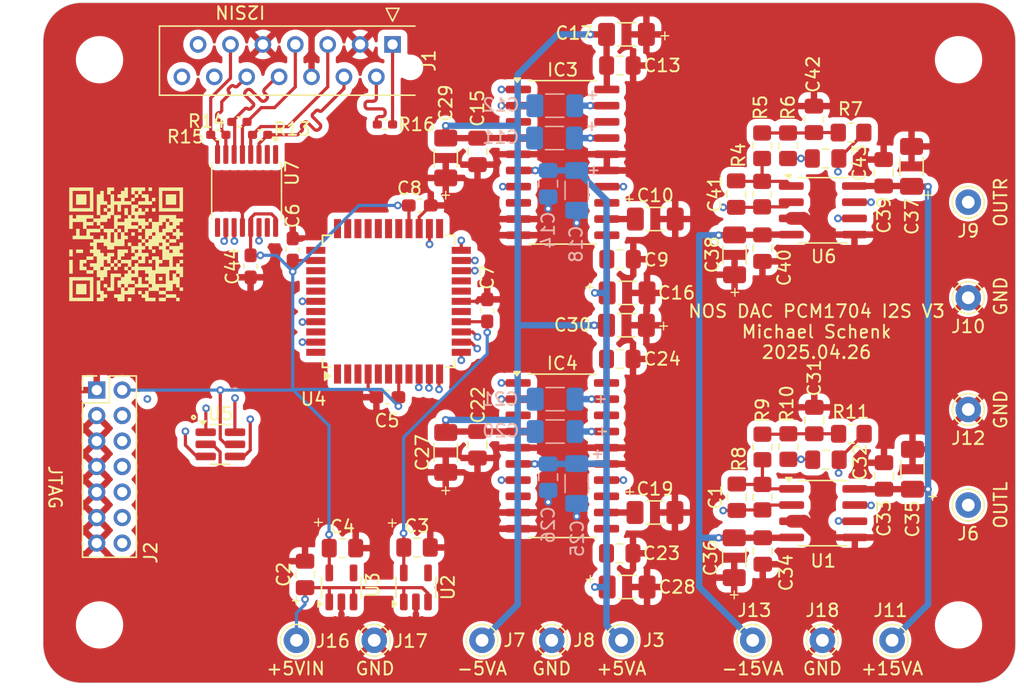
<source format=kicad_pcb>
(kicad_pcb (version 20241229) (generator "pcbnew") (generator_version "9.0")
  (layers (0 "F.Cu" mixed) (4 "In1.Cu" signal) (6 "In2.Cu" signal) (2 "B.Cu" mixed) (13 "F.Paste" user) (15 "B.Paste" user) (5 "F.SilkS" user "F.Silkscreen") (7 "B.SilkS" user "B.Silkscreen") (1 "F.Mask" user) (3 "B.Mask" user) (25 "Edge.Cuts" user))
  (net 0 "")
  (net 1 "GND")
  (net 2 "+3V3")
  (net 3 "+1V8")
  (net 4 "Net-(IC4-IOUT)")
  (net 5 "JTAG_TCK")
  (net 6 "JTAG_TDO")
  (net 7 "JTAG_TDI")
  (net 8 "JTAG_TMS")
  (net 10 "BCK")
  (net 11 "LRCK")
  (net 12 "DATAIN")
  (net 13 "DATAOUTR")
  (net 14 "DATAOUTL")
  (net 15 "+5VA")
  (net 16 "Net-(J16-Pin_1)")
  (net 17 "-5VA")
  (net 18 "-15V")
  (net 19 "+15V")
  (net 20 "Net-(IC4-BPO_DC)")
  (net 21 "Net-(IC4-SERV_DC)")
  (net 22 "LEOUTR")
  (net 23 "CLKOUTR")
  (net 24 "LEOUTL")
  (net 25 "CLKOUTL")
  (net 26 "Net-(C1-Pad2)")
  (net 27 "Net-(IC4-REF_DC)")
  (net 28 "Net-(C31-Pad1)")
  (net 29 "Net-(U1B--)")
  (net 30 "Net-(J6-Pin_1)")
  (net 31 "Net-(C41-Pad2)")
  (net 32 "Net-(C42-Pad1)")
  (net 33 "Net-(J9-Pin_1)")
  (net 34 "Net-(U6B--)")
  (net 35 "SDA")
  (net 38 "Net-(IC3-BPO_DC)")
  (net 39 "Net-(IC3-SERV_DC)")
  (net 40 "SCL")
  (net 42 "Net-(IC3-REF_DC)")
  (net 43 "Net-(IC3-IOUT)")
  (net 76 "RESET")
  (net 81 "/BCLK+")
  (net 82 "/DATAIN-")
  (net 83 "/DATAIN+")
  (net 84 "/MCLK+")
  (net 85 "/MCLK-")
  (net 86 "/LRCLK+")
  (net 87 "/LRCLK-")
  (net 88 "/BCLK-")
  (footprint "MountingHole:MountingHole_3.2mm_M3" (layer "F.Cu") (at 113.03 66.04)
    (property "Reference" "H1" (hide yes))
    (property "Value" "MountingHole")
  )
  (footprint "MountingHole:MountingHole_3.2mm_M3" (layer "F.Cu") (at 113.03 110.363)
    (property "Reference" "H4" (hide yes))
    (property "Value" "MountingHole")
  )
  (footprint "MountingHole:MountingHole_3.2mm_M3" (layer "F.Cu") (at 180.34 110.363)
    (property "Reference" "H3" (hide yes))
    (property "Value" "MountingHole")
  )
  (footprint "MountingHole:MountingHole_3.2mm_M3" (layer "F.Cu") (at 180.34 66.04)
    (property "Reference" "H2" (hide yes))
    (property "Value" "MountingHole")
  )
  (footprint "Capacitor_SMD:C_0603_1608Metric_Pad1.08x0.95mm_HandSolder" (layer "F.Cu") (at 135.5863 92.5068)
    (property "Reference" "C5")
    (property "Value" "100nF")
  )
  (footprint "Package_QFP:TQFP-44_10x10mm_P0.8mm" (layer "F.Cu") (at 135.6764 84.9884 90)
    (property "Reference" "U4")
    (property "Value" "XC2C64A-xVQ44")
  )
  (footprint "Capacitor_SMD:C_0603_1608Metric_Pad1.08x0.95mm_HandSolder" (layer "F.Cu") (at 128.1684 80.9255 -90)
    (property "Reference" "C6")
    (property "Value" "100nF")
  )
  (footprint "Capacitor_SMD:C_0603_1608Metric_Pad1.08x0.95mm_HandSolder" (layer "F.Cu") (at 143.4084 85.7007 -90)
    (property "Reference" "C7")
    (property "Value" "100nF")
  )
  (footprint "Capacitor_SMD:C_0603_1608Metric_Pad1.08x0.95mm_HandSolder" (layer "F.Cu") (at 138.1241 77.47 180)
    (property "Reference" "C8")
    (property "Value" "100nF")
  )
  (footprint "Connector_PinHeader_2.00mm:PinHeader_2x07_P2.00mm_Vertical" (layer "F.Cu") (at 112.808 91.948)
    (property "Reference" "J2")
    (property "Value" "Conn_02x07_Odd_Even")
  )
  (footprint "Package_TO_SOT_SMD:SC-74-6_1.55x2.9mm_P0.95mm" (layer "F.Cu") (at 122.497 96.2025)
    (property "Reference" "U5")
    (property "Value" "CM1293A−04SO")
  )
  (footprint "Connector_Pin:Pin_D1.0mm_L10.0mm" (layer "F.Cu") (at 181.102 84.709)
    (property "Reference" "J10")
    (property "Value" "GND")
  )
  (footprint "Connector_Pin:Pin_D1.0mm_L10.0mm" (layer "F.Cu") (at 175.133 111.5695)
    (property "Reference" "J11")
    (property "Value" "+15VAIN")
  )
  (footprint "Connector_Pin:Pin_D1.0mm_L10.0mm" (layer "F.Cu") (at 164.211 111.5695)
    (property "Reference" "J13")
    (property "Value" "-15VAIN")
  )
  (footprint "Connector_Pin:Pin_D1.0mm_L10.0mm" (layer "F.Cu") (at 169.672 111.5695)
    (property "Reference" "J18")
    (property "Value" "GND")
  )
  (footprint "Capacitor_SMD:C_1206_3216Metric_Pad1.33x1.80mm_HandSolder" (layer "F.Cu") (at 156.5533 101.5492)
    (property "Reference" "C19")
    (property "Value" "100uF")
  )
  (footprint "Connector_Pin:Pin_D1.0mm_L10.0mm" (layer "F.Cu") (at 181.102 100.965)
    (property "Reference" "J6")
    (property "Value" "OUT")
  )
  (footprint "Connector_Pin:Pin_D1.0mm_L10.0mm" (layer "F.Cu") (at 181.102 93.472)
    (property "Reference" "J12")
    (property "Value" "GND")
  )
  (footprint "Capacitor_SMD:C_0805_2012Metric_Pad1.18x1.45mm_HandSolder" (layer "F.Cu") (at 162.9664 100.3515 90)
    (property "Reference" "C1")
    (property "Value" "47pF")
  )
  (footprint "Capacitor_SMD:C_0805_2012Metric_Pad1.18x1.45mm_HandSolder" (layer "F.Cu") (at 169.037 94.3395 90)
    (property "Reference" "C31")
    (property "Value" "1nF")
  )
  (footprint "Capacitor_SMD:C_0805_2012Metric_Pad1.18x1.45mm_HandSolder" (layer "F.Cu") (at 169.9475 97.409)
    (property "Reference" "C32")
    (property "Value" "270pF")
  )
  (footprint "Capacitor_SMD:C_1206_3216Metric_Pad1.33x1.80mm_HandSolder" (layer "F.Cu") (at 176.7332 98.1579 90)
    (property "Reference" "C35")
    (property "Value" "10uF/25V")
  )
  (footprint "Capacitor_SMD:C_1206_3216Metric_Pad1.33x1.80mm_HandSolder" (layer "F.Cu") (at 162.7632 105.0929 90)
    (property "Reference" "C36")
    (property "Value" "10uF/25V")
  )
  (footprint "Resistor_SMD:R_0805_2012Metric_Pad1.20x1.40mm_HandSolder" (layer "F.Cu") (at 164.973 100.346 -90)
    (property "Reference" "R8")
    (property "Value" "2.5k")
  )
  (footprint "Resistor_SMD:R_0805_2012Metric_Pad1.20x1.40mm_HandSolder" (layer "F.Cu") (at 164.973 96.409 -90)
    (property "Reference" "R9")
    (property "Value" "4.7k")
  )
  (footprint "Resistor_SMD:R_0805_2012Metric_Pad1.20x1.40mm_HandSolder" (layer "F.Cu") (at 167.005 96.377 -90)
    (property "Reference" "R10")
    (property "Value" "4.7k")
  )
  (footprint "Resistor_SMD:R_0805_2012Metric_Pad1.20x1.40mm_HandSolder" (layer "F.Cu") (at 171.942 95.377 180)
    (property "Reference" "R11")
    (property "Value" "2k")
  )
  (footprint "Capacitor_SMD:C_0805_2012Metric_Pad1.18x1.45mm_HandSolder" (layer "F.Cu") (at 174.498 98.6829 90)
    (property "Reference" "C33")
    (property "Value" "100nF")
  )
  (footprint "Capacitor_SMD:C_0805_2012Metric_Pad1.18x1.45mm_HandSolder" (layer "F.Cu") (at 164.9984 104.5679 90)
    (property "Reference" "C34")
    (property "Value" "100nF")
  )
  (footprint "Package_SO:SOIC-8_3.9x4.9mm_P1.27mm" (layer "F.Cu") (at 169.737 101.6)
    (property "Reference" "U1")
    (property "Value" "OPA1612")
  )
  (footprint "Capacitor_SMD:C_1206_3216Metric_Pad1.33x1.80mm_HandSolder" (layer "F.Cu") (at 140.1572 96.8371 90)
    (property "Reference" "C27")
    (property "Value" "10uF/10V")
  )
  (footprint "Capacitor_SMD:C_1206_3216Metric_Pad1.33x1.80mm_HandSolder" (layer "F.Cu") (at 154.3689 107.3912)
    (property "Reference" "C28")
    (property "Value" "10uF/10V")
  )
  (footprint "Capacitor_SMD:C_1206_3216Metric_Pad1.33x1.80mm_HandSolder" (layer "F.Cu") (at 154.3181 86.868 180)
    (property "Reference" "C30")
    (property "Value" "10uF/10V")
  )
  (footprint "Capacitor_SMD:C_1206_3216Metric_Pad1.33x1.80mm_HandSolder" (layer "F.Cu") (at 154.3689 84.328)
    (property "Reference" "C16")
    (property "Value" "10uF/10V")
  )
  (footprint "Capacitor_SMD:C_1206_3216Metric_Pad1.33x1.80mm_HandSolder" (layer "F.Cu") (at 154.3181 64.0588 180)
    (property "Reference" "C17")
    (property "Value" "10uF/10V")
  )
  (footprint "Capacitor_SMD:C_1206_3216Metric_Pad1.33x1.80mm_HandSolder" (layer "F.Cu") (at 140.1572 73.7493 90)
    (property "Reference" "C29")
    (property "Value" "10uF/10V")
  )
  (footprint "Capacitor_SMD:C_1206_3216Metric_Pad1.33x1.80mm_HandSolder" (layer "F.Cu") (at 176.657 74.4081 90)
    (property "Reference" "C37")
    (property "Value" "10uF/25V")
  )
  (footprint "Resistor_SMD:R_0805_2012Metric_Pad1.20x1.40mm_HandSolder" (layer "F.Cu") (at 171.9166 71.755 180)
    (property "Reference" "R7")
    (property "Value" "2k")
  )
  (footprint "Resistor_SMD:R_0805_2012Metric_Pad1.20x1.40mm_HandSolder" (layer "F.Cu") (at 164.9476 76.581 -90)
    (property "Reference" "R4")
    (property "Value" "2.5k")
  )
  (footprint "Capacitor_SMD:C_0805_2012Metric_Pad1.18x1.45mm_HandSolder" (layer "F.Cu") (at 153.8177 81.6864)
    (property "Reference" "C9")
    (property "Value" "100nF")
  )
  (footprint "Capacitor_SMD:C_0805_2012Metric_Pad1.18x1.45mm_HandSolder" (layer "F.Cu") (at 153.7931 89.5096)
    (property "Reference" "C24")
    (property "Value" "100nF")
  )
  (footprint "Package_SO:SOIC-8_3.9x4.9mm_P1.27mm" (layer "F.Cu") (at 169.7101 77.851)
    (property "Reference" "U6")
    (property "Value" "OPA1612")
  )
  (footprint "Capacitor_SMD:C_0805_2012Metric_Pad1.18x1.45mm_HandSolder" (layer "F.Cu") (at 153.7931 104.7496)
    (property "Reference" "C23")
    (property "Value" "100nF")
  )
  (footprint "Capacitor_SMD:C_0805_2012Metric_Pad1.18x1.45mm_HandSolder" (layer "F.Cu") (at 142.6464 96.2367 -90)
    (property "Reference" "C22")
    (property "Value" "100nF")
  )
  (footprint "Capacitor_SMD:C_0805_2012Metric_Pad1.18x1.45mm_HandSolder" (layer "F.Cu") (at 142.6464 73.2321 -90)
    (property "Reference" "C15")
    (property "Value" "100nF")
  )
  (footprint "Capacitor_SMD:C_0805_2012Metric_Pad1.18x1.45mm_HandSolder" (layer "F.Cu") (at 169.9221 73.787)
    (property "Reference" "C43")
    (property "Value" "270pF")
  )
  (footprint "Resistor_SMD:R_0805_2012Metric_Pad1.20x1.40mm_HandSolder" (layer "F.Cu") (at 164.9476 72.787 -90)
    (property "Reference" "R5")
    (property "Value" "4.7k")
  )
  (footprint "Capacitor_SMD:C_0805_2012Metric_Pad1.18x1.45mm_HandSolder" (layer "F.Cu") (at 169.0116 70.7175 90)
    (property "Reference" "C42")
    (property "Value" "1nF")
  )
  (footprint "Resistor_SMD:R_0805_2012Metric_Pad1.20x1.40mm_HandSolder" (layer "F.Cu") (at 166.9796 72.787 -90)
    (property "Reference" "R6")
    (property "Value" "4.7k")
  )
  (footprint "Capacitor_SMD:C_0805_2012Metric_Pad1.18x1.45mm_HandSolder" (layer "F.Cu") (at 162.9156 76.581 90)
    (property "Reference" "C41")
    (property "Value" "47pF")
  )
  (footprint "Capacitor_SMD:C_0805_2012Metric_Pad1.18x1.45mm_HandSolder" (layer "F.Cu") (at 164.973 80.8181 90)
    (property "Reference" "C40")
    (property "Value" "100nF")
  )
  (footprint "Capacitor_SMD:C_0805_2012Metric_Pad1.18x1.45mm_HandSolder" (layer "F.Cu") (at 153.8009 66.4972)
    (property "Reference" "C13")
    (property "Value" "100nF")
  )
  (footprint "Capacitor_SMD:C_0805_2012Metric_Pad1.18x1.45mm_HandSolder" (layer "F.Cu") (at 174.4726 74.9085 90)
    (property "Reference" "C39")
    (property "Value" "100nF")
  )
  (footprint "Capacitor_SMD:C_1206_3216Metric_Pad1.33x1.80mm_HandSolder" (layer "F.Cu") (at 162.7886 81.3431 90)
    (property "Reference" "C38")
    (property "Value" "10uF/25V")
  )
  (footprint "Capacitor_SMD:C_1206_3216Metric_Pad1.33x1.80mm_HandSolder" (layer "F.Cu") (at 156.5779 78.5368)
    (property "Reference" "C10")
    (property "Value" "100uF")
  )
  (footprint "Connector_Pin:Pin_D1.0mm_L10.0mm" (layer "F.Cu") (at 153.924 111.5695)
    (property "Reference" "J3")
    (property "Value" "+5VAIN")
  )
  (footprint "Connector_Pin:Pin_D1.0mm_L10.0mm" (layer "F.Cu") (at 143.002 111.5695)
    (property "Reference" "J7")
    (property "Value" "-5VAIN")
  )
  (footprint "Connector_Pin:Pin_D1.0mm_L10.0mm" (layer "F.Cu") (at 148.463 111.5695)
    (property "Reference" "J8")
    (property "Value" "GND")
  )
  (footprint "Connector_Pin:Pin_D1.0mm_L10.0mm" (layer "F.Cu") (at 181.102 77.216)
    (property "Reference" "J9")
    (property "Value" "OUT")
  )
  (footprint "Connector_Pin:Pin_D1.0mm_L10.0mm" (layer "F.Cu") (at 128.4605 111.5695)
    (property "Reference" "J16")
    (property "Value" "+5VIN")
  )
  (footprint "Connector_Pin:Pin_D1.0mm_L10.0mm" (layer "F.Cu") (at 134.5565 111.5695)
    (property "Reference" "J17")
    (property "Value" "GND")
  )
  (footprint "Package_TO_SOT_SMD:SOT-23-5" (layer "F.Cu") (at 137.8204 107.4215 90)
    (property "Reference" "U2")
    (property "Value" "TC1185-1.8VCT713")
  )
  (footprint "Package_TO_SOT_SMD:SOT-23-5" (layer "F.Cu") (at 131.9834 107.4215 90)
    (property "Reference" "U3")
    (property "Value" "TC1185-3.3VCT713")
  )
  (footprint "Capacitor_SMD:C_0805_2012Metric_Pad1.18x1.45mm_HandSolder" (layer "F.Cu") (at 129.1336 106.4045 90)
    (property "Reference" "C2")
    (property "Value" "10uF/6.3V")
  )
  (footprint "Capacitor_SMD:C_0805_2012Metric_Pad1.18x1.45mm_HandSolder" (layer "F.Cu") (at 137.9079 104.2924)
    (property "Reference" "C3")
    (property "Value" "10uF/6.3V")
  )
  (footprint "Capacitor_SMD:C_0805_2012Metric_Pad1.18x1.45mm_HandSolder" (layer "F.Cu") (at 132.0659 104.3432)
    (property "Reference" "C4")
    (property "Value" "10uF/6.3V")
  )
  (footprint "Resistor_SMD:R_0402_1005Metric_Pad0.72x0.64mm_HandSolder" (layer "F.Cu") (at 135.3953 71.12)
    (property "Reference" "R16")
    (property "Value" "100R")
  )
  (footprint "Capacitor_SMD:C_0603_1608Metric_Pad1.08x0.95mm_HandSolder" (layer "F.Cu") (at 124.8664 82.2441 90)
    (property "Reference" "C44")
    (property "Value" "1uF")
  )
  (footprint "Connector_TE-Connectivity:TE_Micro-MaTch_1-215079-4_2x07_P1.27mm_Vertical" (layer "F.Cu") (at 135.9916 64.8462 -90)
    (property "Reference" "J1")
    (property "Value" "Conn_01x15")
  )
  (footprint "Package_SO:TSSOP-16_4.4x5mm_P0.65mm" (layer "F.Cu") (at 124.5518 76.3347 -90)
    (property "Reference" "U7")
    (property "Value" "FIN1048MTCX")
  )
  (footprint "Package_SO:SO-20_5.3x12.6mm_P1.27mm" (layer "F.Cu") (at 149.2931 97.1042)
    (property "Reference" "IC4")
    (property "Value" "PCM1704U")
  )
  (footprint "Resistor_SMD:R_0402_1005Metric_Pad0.72x0.64mm_HandSolder" (layer "F.Cu") (at 123.9907 70.9168)
    (property "Reference" "R14")
    (property "Value" "100R")
  )
  (footprint "LOGO" (layer "F.Cu") (at 115.1128 80.518)
    (property "Reference" "G***" (hide yes))
    (property "Value" "LOGO" (hide yes))
  )
  (footprint "Package_SO:SO-20_5.3x12.6mm_P1.27mm" (layer "F.Cu") (at 149.3177 74.0918)
    (property "Reference" "IC3")
    (property "Value" "PCM1704U")
  )
  (footprint "Resistor_SMD:R_0402_1005Metric_Pad0.72x0.64mm_HandSolder" (layer "F.Cu") (at 125.6163 71.9328)
    (property "Reference" "R13")
    (property "Value" "100R")
  )
  (footprint "Resistor_SMD:R_0402_1005Metric_Pad0.72x0.64mm_HandSolder" (layer "F.Cu") (at 122.3385 71.9328)
    (property "Reference" "R15")
    (property "Value" "100R")
  )
  (footprint "Capacitor_SMD:C_1206_3216Metric_Pad1.33x1.80mm_HandSolder" (layer "B.Cu") (at 148.7301 95.1992 180)
    (property "Reference" "C20")
    (property "Value" "47uF")
  )
  (footprint "Capacitor_SMD:C_1206_3216Metric_Pad1.33x1.80mm_HandSolder" (layer "B.Cu") (at 148.7301 92.6592 180)
    (property "Reference" "C21")
    (property "Value" "47uF")
  )
  (footprint "Capacitor_SMD:C_1206_3216Metric_Pad1.33x1.80mm_HandSolder" (layer "B.Cu") (at 150.4188 99.2755 -90)
    (property "Reference" "C25")
    (property "Value" "10uF/10V")
  )
  (footprint "Capacitor_SMD:C_1206_3216Metric_Pad1.33x1.80mm_HandSolder" (layer "B.Cu") (at 150.4188 76.2893 -90)
    (property "Reference" "C18")
    (property "Value" "10uF/10V")
  )
  (footprint "Capacitor_SMD:C_0805_2012Metric_Pad1.18x1.45mm_HandSolder" (layer "B.Cu") (at 148.1836 98.7767 -90)
    (property "Reference" "C26")
    (property "Value" "100nF")
  )
  (footprint "Capacitor_SMD:C_0805_2012Metric_Pad1.18x1.45mm_HandSolder" (layer "B.Cu") (at 148.1836 75.7643 -90)
    (property "Reference" "C14")
    (property "Value" "100nF")
  )
  (footprint "Capacitor_SMD:C_1206_3216Metric_Pad1.33x1.80mm_HandSolder" (layer "B.Cu") (at 148.6793 72.1868 180)
    (property "Reference" "C11")
    (property "Value" "47uF")
  )
  (footprint "Capacitor_SMD:C_1206_3216Metric_Pad1.33x1.80mm_HandSolder" (layer "B.Cu") (at 148.7039 69.6468 180)
    (property "Reference" "C12")
    (property "Value" "47uF")
  )
  (gr_line (start 111.6104 61.5696) (end 181.8104 61.5696) (stroke (width 0.05)) (layer "Edge.Cuts"))
  (gr_arc (start 181.8104 61.5696) (mid 183.93172 62.44828) (end 184.8104 64.5696) (stroke (width 0.05)) (layer "Edge.Cuts"))
  (gr_line (start 108.6104 111.9096) (end 108.6104 64.5696) (stroke (width 0.05)) (layer "Edge.Cuts"))
  (gr_arc (start 111.6104 114.9096) (mid 109.48908 114.03092) (end 108.6104 111.9096) (stroke (width 0.05)) (layer "Edge.Cuts"))
  (gr_line (start 181.8104 114.9096) (end 111.6104 114.9096) (stroke (width 0.05)) (layer "Edge.Cuts"))
  (gr_arc (start 184.8104 111.9096) (mid 183.93172 114.03092) (end 181.8104 114.9096) (stroke (width 0.05)) (layer "Edge.Cuts"))
  (gr_arc (start 108.6104 64.5696) (mid 109.48908 62.44828) (end 111.6104 61.5696) (stroke (width 0.05)) (layer "Edge.Cuts"))
  (gr_line (start 184.8104 64.5696) (end 184.8104 111.9096) (stroke (width 0.05)) (layer "Edge.Cuts"))
  (gr_text "I2SIN" (at 124.0536 62.3062 180) (layer "F.SilkS") (effects (font (size 1 1))))
  (gr_text "GND" (at 148.463 113.792 0) (layer "F.SilkS") (effects (font (size 1 1))))
  (gr_text "+5VA" (at 153.924 113.792 0) (layer "F.SilkS") (effects (font (size 1 1))))
  (gr_text "GND" (at 169.672 113.792 0) (layer "F.SilkS") (effects (font (size 1 1))))
  (gr_text "-15VA" (at 164.211 113.792 0) (layer "F.SilkS") (effects (font (size 1 1))))
  (gr_text "+15VA" (at 175.133 113.792 0) (layer "F.SilkS") (effects (font (size 1 1))))
  (gr_text "JTAG" (at 109.5375 99.568 270) (layer "F.SilkS") (effects (font (size 1 1))))
  (gr_text "-5VA" (at 143.002 113.792 0) (layer "F.SilkS") (effects (font (size 1 1))))
  (gr_text "NOS DAC PCM1704 I2S V3\nMichael Schenk\n2025.04.26" (at 169.2148 87.376 0) (layer "F.SilkS") (effects (font (size 1 1))))
  (gr_text "GND" (at 183.642 84.582 90) (layer "F.SilkS") (effects (font (size 1 1))))
  (gr_text "OUTR" (at 183.642 77.216 90) (layer "F.SilkS") (effects (font (size 1 1))))
  (gr_text "GND" (at 183.642 93.472 90) (layer "F.SilkS") (effects (font (size 1 1))))
  (gr_text "OUTL" (at 183.642 100.965 90) (layer "F.SilkS") (effects (font (size 1 1))))
  (gr_text "GND" (at 134.62 113.792 0) (layer "F.SilkS") (effects (font (size 1 1))))
  (gr_text "+" (at 157.3276 64.1096 0) (layer "F.SilkS") (effects (font (size 0.8 0.8) (thickness 0.1))))
  (gr_text "+" (at 128.4503 108.4072 0) (layer "F.SilkS") (effects (font (size 0.8 0.8) (thickness 0.1))))
  (gr_text "+" (at 154.5336 76.9112 0) (layer "F.SilkS") (effects (font (size 0.8 0.8) (thickness 0.1))))
  (gr_text "+" (at 140.1572 76.6064 0) (layer "F.SilkS") (effects (font (size 0.8 0.8) (thickness 0.1))))
  (gr_text "°" (at 120.396 94.488 0) (layer "F.SilkS") (effects (font (size 1 1))))
  (gr_text "+" (at 151.4856 106.7308 0) (layer "F.SilkS") (effects (font (size 0.8 0.8) (thickness 0.1))))
  (gr_text "+" (at 135.9687 102.3112 0) (layer "F.SilkS") (effects (font (size 0.8 0.8) (thickness 0.1))))
  (gr_text "+" (at 130.1775 102.2604 0) (layer "F.SilkS") (effects (font (size 0.8 0.8) (thickness 0.1))))
  (gr_text "+5VIN" (at 128.397 113.792 0) (layer "F.SilkS") (effects (font (size 1 1))))
  (gr_text "+" (at 140.1572 99.7712 0) (layer "F.SilkS") (effects (font (size 0.8 0.8) (thickness 0.1))))
  (gr_text "+" (at 162.814 84.2264 0) (layer "F.SilkS") (effects (font (size 0.8 0.8) (thickness 0.1))))
  (gr_text "+" (at 157.226 86.868 0) (layer "F.SilkS") (effects (font (size 0.8 0.8) (thickness 0.1))))
  (gr_text "+" (at 177.9524 76.6064 0) (layer "F.SilkS") (effects (font (size 0.8 0.8) (thickness 0.1))))
  (gr_text "+" (at 154.5844 99.8728 0) (layer "F.SilkS") (effects (font (size 0.8 0.8) (thickness 0.1))))
  (gr_text "+" (at 151.4348 83.82 0) (layer "F.SilkS") (effects (font (size 0.8 0.8) (thickness 0.1))))
  (gr_text "+" (at 178.308 100.2284 0) (layer "F.SilkS") (effects (font (size 0.8 0.8) (thickness 0.1))))
  (gr_text "+" (at 162.7632 107.95 0) (layer "F.SilkS") (effects (font (size 0.8 0.8) (thickness 0.1))))
  (gr_text "+" (at 152.654 97.3836 0) (layer "B.SilkS") (effects (font (size 0.8 0.8)) (justify left bottom mirror)))
  (gr_text "+" (at 152.3492 75.1332 0) (layer "B.SilkS") (effects (font (size 0.8 0.8)) (justify left bottom mirror)))
  (gr_text "+" (at 153.0096 95.6056 0) (layer "B.SilkS") (effects (font (size 0.8 0.8)) (justify left bottom mirror)))
  (gr_text "+" (at 152.2476 69.2404 0) (layer "B.SilkS") (effects (font (size 0.8 0.8)) (justify left bottom mirror)))
  (gr_text "+" (at 152.1968 71.6788 0) (layer "B.SilkS") (effects (font (size 0.8 0.8)) (justify left bottom mirror)))
  (gr_text "+" (at 152.908 93.0656 0) (layer "B.SilkS") (effects (font (size 0.8 0.8)) (justify left bottom mirror)))
  (segment (start 137.8204 108.5215) (end 137.8204 110.1065) (width 0.25) (layer "F.Cu") (net 1))
  (segment (start 131.9834 108.5215) (end 131.9834 109.7255) (width 0.25) (layer "F.Cu") (net 1))
  (segment (start 145.8552 78.5368) (end 148.1328 78.5368) (width 0.5) (layer "F.Cu") (net 1))
  (segment (start 124.2268 79.1972) (end 124.2268 77.0336) (width 0.25) (layer "F.Cu") (net 1))
  (segment (start 122.4788 96.806978) (end 122.4788 98.9584) (width 0.25) (layer "F.Cu") (net 1))
  (segment (start 152.7556 97.7392) (end 150.5204 97.7392) (width 0.5) (layer "F.Cu") (net 1))
  (segment (start 121.874322 96.2025) (end 122.4788 96.806978) (width 0.25) (layer "F.Cu") (net 1))
  (segment (start 145.8306 101.5492) (end 147.9804 101.5492) (width 0.5) (layer "F.Cu") (net 1))
  (segment (start 167.2351 78.486) (end 168.210099 78.486) (width 1) (layer "F.Cu") (net 1))
  (segment (start 145.8552 78.5368) (end 143.3068 78.5368) (width 0.5) (layer "F.Cu") (net 1))
  (segment (start 154.8892 73.4568) (end 154.94 73.406) (width 0.5) (layer "F.Cu") (net 1))
  (segment (start 138.0764 79.2884) (end 138.0764 78.3802) (width 0.25) (layer "F.Cu") (net 1))
  (segment (start 138.0764 78.3802) (end 138.9866 77.47) (width 0.25) (layer "F.Cu") (net 1))
  (segment (start 167.262 102.235) (end 168.236999 102.235) (width 1) (layer "F.Cu") (net 1))
  (segment (start 145.8552 79.8068) (end 148.082 79.8068) (width 0.5) (layer "F.Cu") (net 1))
  (segment (start 124.2268 77.0336) (end 124.079 76.8858) (width 0.25) (layer "F.Cu") (net 1))
  (segment (start 134.0764 90.6884) (end 134.0764 91.8594) (width 0.25) (layer "F.Cu") (net 1))
  (segment (start 154.7368 97.7392) (end 154.7876 97.79) (width 0.5) (layer "F.Cu") (net 1))
  (segment (start 150.5204 97.7392) (end 150.4696 97.6884) (width 0.5) (layer "F.Cu") (net 1))
  (segment (start 168.210099 78.486) (end 169.7736 80.049501) (width 1) (layer "F.Cu") (net 1))
  (segment (start 168.236999 102.235) (end 169.7228 103.720801) (width 1) (layer "F.Cu") (net 1))
  (segment (start 129.6416 62.7888) (end 129.5908 62.738) (width 0.5) (layer "F.Cu") (net 1))
  (segment (start 121.347 96.2025) (end 121.874322 96.2025) (width 0.25) (layer "F.Cu") (net 1))
  (segment (start 145.8306 101.5492) (end 143.4592 101.5492) (width 0.5) (layer "F.Cu") (net 1))
  (segment (start 152.7556 96.4692) (end 150.6728 96.4692) (width 0.5) (layer "F.Cu") (net 1))
  (segment (start 169.7736 80.049501) (end 169.7736 81.1784) (width 1) (layer "F.Cu") (net 1))
  (segment (start 152.7802 74.7268) (end 150.7236 74.7268) (width 0.5) (layer "F.Cu") (net 1))
  (segment (start 152.7556 97.7392) (end 154.7368 97.7392) (width 0.5) (layer "F.Cu") (net 1))
  (segment (start 147.6756 102.8192) (end 147.7264 102.87) (width 0.5) (layer "F.Cu") (net 1))
  (segment (start 152.7802 73.4568) (end 154.8892 73.4568) (width 0.5) (layer "F.Cu") (net 1))
  (segment (start 152.7802 73.4568) (end 150.7236 73.4568) (width 0.5) (layer "F.Cu") (net 1))
  (segment (start 145.8306 102.8192) (end 147.6756 102.8192) (width 0.5) (layer "F.Cu") (net 1))
  (segment (start 143.2582 84.9884) (end 143.4084 84.8382) (width 0.25) (layer "F.Cu") (net 1))
  (segment (start 145.8552 79.8068) (end 143.3068 79.8068) (width 0.5) (layer "F.Cu") (net 1))
  (segment (start 152.7802 74.7268) (end 154.686 74.7268) (width 0.5) (layer "F.Cu") (net 1))
  (segment (start 152.7556 96.4692) (end 154.8892 96.4692) (width 0.5) (layer "F.Cu") (net 1))
  (segment (start 134.0764 91.8594) (end 134.7238 92.5068) (width 0.25) (layer "F.Cu") (net 1))
  (segment (start 141.3764 84.9884) (end 143.2582 84.9884) (width 0.25) (layer "F.Cu") (net 1))
  (segment (start 129.6416 67.3862) (end 129.6416 62.7888) (width 0.5) (layer "F.Cu") (net 1))
  (segment (start 169.7228 103.720801) (end 169.7228 105.918) (width 1) (layer "F.Cu") (net 1))
  (segment (start 154.686 74.7268) (end 154.7368 74.7776) (width 0.5) (layer "F.Cu") (net 1))
  (segment (start 145.8306 102.8192) (end 143.6116 102.8192) (width 0.5) (layer "F.Cu") (net 1))
  (via (at 148.1836 100.7364) (size 0.6) (drill 0.3) (layers "F.Cu" "B.Cu") (net 1))
  (via (at 148.1836 77.724) (size 0.6) (drill 0.3) (layers "F.Cu" "B.Cu") (net 1))
  (via (at 150.4188 101.854) (size 0.6) (drill 0.3) (layers "F.Cu" "B.Cu") (net 1))
  (via (at 150.4188 78.8416) (size 0.6) (drill 0.3) (layers "F.Cu" "B.Cu") (net 1))
  (segment (start 148.1836 99.8142) (end 148.1836 100.7364) (width 0.5) (layer "B.Cu") (net 1))
  (segment (start 150.4188 100.838) (end 150.4188 101.854) (width 0.5) (layer "B.Cu") (net 1))
  (segment (start 150.4188 77.8518) (end 150.4188 78.8416) (width 0.5) (layer "B.Cu") (net 1))
  (segment (start 148.1836 76.8018) (end 148.1836 77.724) (width 0.5) (layer "B.Cu") (net 1))
  (segment (start 124.8664 81.3816) (end 124.8664 79.2076) (width 0.25) (layer "F.Cu") (net 2))
  (segment (start 124.8664 81.3816) (end 125.6284 81.3816) (width 0.25) (layer "F.Cu") (net 2))
  (segment (start 128.1688 81.7884) (end 128.1684 81.788) (width 0.25) (layer "F.Cu") (net 2))
  (segment (start 126.8268 78.459701) (end 126.500799 78.1337) (width 0.25) (layer "F.Cu") (net 2))
  (segment (start 137.2616 77.47) (end 136.398 77.47) (width 0.25) (layer "F.Cu") (net 2))
  (segment (start 131.0284 103.2916) (end 131.0132 103.2764) (width 0.25) (layer "F.Cu") (net 2))
  (segment (start 126.8268 79.1972) (end 126.8268 78.459701) (width 0.25) (layer "F.Cu") (net 2))
  (segment (start 137.2764 77.4848) (end 137.2616 77.47) (width 0.25) (layer "F.Cu") (net 2))
  (segment (start 131.0284 104.3432) (end 131.0284 103.2916) (width 0.25) (layer "F.Cu") (net 2))
  (segment (start 136.4764 92.4792) (end 136.4488 92.5068) (width 0.25) (layer "F.Cu") (net 2))
  (segment (start 131.0334 106.284) (end 131.0334 104.3482) (width 0.25) (layer "F.Cu") (net 2))
  (segment (start 122.4915 95.772) (end 122.4915 91.948) (width 0.25) (layer "F.Cu") (net 2))
  (segment (start 136.4764 90.6884) (end 136.4764 92.4792) (width 0.25) (layer "F.Cu") (net 2))
  (segment (start 129.9764 81.7884) (end 128.1688 81.7884) (width 0.25) (layer "F.Cu") (net 2))
  (segment (start 128.1684 81.788) (end 128.1684 82.6516) (width 0.25) (layer "F.Cu") (net 2))
  (segment (start 125.202801 78.1337) (end 124.8768 78.459701) (width 0.25) (layer "F.Cu") (net 2))
  (segment (start 137.2764 79.2884) (end 137.2764 77.4848) (width 0.25) (layer "F.Cu") (net 2))
  (segment (start 126.500799 78.1337) (end 125.202801 78.1337) (width 0.25) (layer "F.Cu") (net 2))
  (segment (start 122.922 96.2025) (end 122.4915 95.772) (width 0.25) (layer "F.Cu") (net 2))
  (segment (start 124.8664 79.2076) (end 124.8768 79.1972) (width 0.25) (layer "F.Cu") (net 2))
  (segment (start 131.0334 104.3482) (end 131.0284 104.3432) (width 0.25) (layer "F.Cu") (net 2))
  (segment (start 123.6345 96.2025) (end 122.922 96.2025) (width 0.25) (layer "F.Cu") (net 2))
  (segment (start 136.4488 92.5068) (end 136.4488 93.2085) (width 0.25) (layer "F.Cu") (net 2))
  (segment (start 124.8768 78.459701) (end 124.8768 79.1972) (width 0.25) (layer "F.Cu") (net 2))
  (via (at 125.6284 81.3816) (size 0.6) (drill 0.3) (layers "F.Cu" "B.Cu") (net 2))
  (via (at 131.0132 103.2764) (size 0.6) (drill 0.3) (layers "F.Cu" "B.Cu") (net 2))
  (via (at 128.1684 82.6516) (size 0.6) (drill 0.3) (layers "F.Cu" "B.Cu") (net 2))
  (via (at 122.4915 91.948) (size 0.6) (drill 0.3) (layers "F.Cu" "B.Cu") (net 2))
  (via (at 136.4488 93.2085) (size 0.6) (drill 0.3) (layers "F.Cu" "B.Cu") (net 2))
  (via (at 136.398 77.47) (size 0.6) (drill 0.3) (layers "F.Cu" "B.Cu") (net 2))
  (segment (start 122.4915 91.948) (end 128.1176 91.948) (width 0.25) (layer "B.Cu") (net 2))
  (segment (start 126.8984 81.3816) (end 125.6284 81.3816) (width 0.25) (layer "B.Cu") (net 2))
  (segment (start 128.1176 91.948) (end 128.1684 91.8972) (width 0.25) (layer "B.Cu") (net 2))
  (segment (start 135.1375 91.8972) (end 136.4488 93.2085) (width 0.25) (layer "B.Cu") (net 2))
  (segment (start 128.1684 91.8972) (end 135.1375 91.8972) (width 0.25) (layer "B.Cu") (net 2))
  (segment (start 131.0132 103.2764) (end 131.0132 94.742) (width 0.25) (layer "B.Cu") (net 2))
  (segment (start 133.35 77.47) (end 128.1684 82.6516) (width 0.25) (layer "B.Cu") (net 2))
  (segment (start 136.398 77.47) (end 133.35 77.47) (width 0.25) (layer "B.Cu") (net 2))
  (segment (start 128.1684 82.6516) (end 128.1684 91.8972) (width 0.25) (layer "B.Cu") (net 2))
  (segment (start 114.808 91.948) (end 122.4915 91.948) (width 0.25) (layer "B.Cu") (net 2))
  (segment (start 128.1684 91.8972) (end 131.0132 94.742) (width 0.25) (layer "B.Cu") (net 2))
  (segment (start 128.1684 82.6516) (end 126.8984 81.3816) (width 0.25) (layer "B.Cu") (net 2))
  (segment (start 136.8704 104.2924) (end 136.8704 103.19) (width 0.25) (layer "F.Cu") (net 3))
  (segment (start 136.8704 103.19) (end 136.8552 103.1748) (width 0.25) (layer "F.Cu") (net 3))
  (segment (start 141.3764 86.5884) (end 143.3832 86.5884) (width 0.25) (layer "F.Cu") (net 3))
  (segment (start 136.8704 106.284) (end 136.8704 104.2924) (width 0.25) (layer "F.Cu") (net 3))
  (segment (start 143.4084 87.4268) (end 143.4084 86.5632) (width 0.25) (layer "F.Cu") (net 3))
  (segment (start 143.3832 86.5884) (end 143.4084 86.5632) (width 0.25) (layer "F.Cu") (net 3))
  (via (at 143.4084 87.4268) (size 0.6) (drill 0.3) (layers "F.Cu" "B.Cu") (net 3))
  (via (at 136.8552 103.1748) (size 0.6) (drill 0.3) (layers "F.Cu" "B.Cu") (net 3))
  (segment (start 136.8552 103.1748) (end 136.8552 95.6564) (width 0.25) (layer "B.Cu") (net 3))
  (segment (start 136.8552 95.6564) (end 143.4084 89.1032) (width 0.25) (layer "B.Cu") (net 3))
  (segment (start 143.4084 89.1032) (end 143.4084 87.4268) (width 0.25) (layer "B.Cu") (net 3))
  (segment (start 167.262 100.965) (end 165.354 100.965) (width 0.25) (layer "F.Cu") (net 4))
  (segment (start 165.354 100.965) (end 164.973 101.346) (width 0.25) (layer "F.Cu") (net 4))
  (segment (start 164.973 101.346) (end 163.0094 101.346) (width 0.25) (layer "F.Cu") (net 4))
  (segment (start 162.9664 101.389) (end 161.9074 101.389) (width 0.25) (layer "F.Cu") (net 4))
  (segment (start 152.7556 99.0092) (end 154.0764 99.0092) (width 0.25) (layer "F.Cu") (net 4))
  (segment (start 163.0094 101.346) (end 162.9664 101.389) (width 0.25) (layer "F.Cu") (net 4))
  (segment (start 161.9074 101.389) (end 161.8996 101.3968) (width 0.25) (layer "F.Cu") (net 4))
  (via (at 161.8996 101.3968) (size 0.6) (drill 0.3) (layers "F.Cu" "B.Cu") (net 4))
  (via (at 154.0764 99.0092) (size 0.6) (drill 0.3) (layers "F.Cu" "B.Cu") (net 4))
  (segment (start 139.6338 90.731) (end 139.6764 90.6884) (width 0.25) (layer "F.Cu") (net 5))
  (segment (start 124.841 96.6585) (end 124.841 94.234) (width 0.25) (layer "F.Cu") (net 5))
  (segment (start 123.6345 97.1525) (end 124.347 97.1525) (width 0.25) (layer "F.Cu") (net 5))
  (segment (start 139.6338 91.8972) (end 139.6338 90.731) (width 0.25) (layer "F.Cu") (net 5))
  (segment (start 124.347 97.1525) (end 124.841 96.6585) (width 0.25) (layer "F.Cu") (net 5))
  (via (at 124.841 94.234) (size 0.6) (drill 0.3) (layers "F.Cu" "B.Cu") (net 5))
  (via (at 139.6338 91.8972) (size 0.6) (drill 0.3) (layers "F.Cu" "B.Cu") (net 5))
  (segment (start 138.8872 80.518) (end 138.8872 79.2992) (width 0.25) (layer "F.Cu") (net 6))
  (segment (start 121.3595 97.1525) (end 120.647 97.1525) (width 0.25) (layer "F.Cu") (net 6))
  (segment (start 119.761 96.2665) (end 119.761 95.1865) (width 0.25) (layer "F.Cu") (net 6))
  (segment (start 138.8872 79.2992) (end 138.8764 79.2884) (width 0.25) (layer "F.Cu") (net 6))
  (segment (start 120.647 97.1525) (end 119.761 96.2665) (width 0.25) (layer "F.Cu") (net 6))
  (via (at 138.8872 80.518) (size 0.6) (drill 0.3) (layers "F.Cu" "B.Cu") (net 6))
  (via (at 119.761 95.1865) (size 0.6) (drill 0.3) (layers "F.Cu" "B.Cu") (net 6))
  (segment (start 123.6345 92.583) (end 123.6445 92.573) (width 0.25) (layer "F.Cu") (net 7))
  (segment (start 138.0764 91.707434) (end 138.043242 91.740592) (width 0.25) (layer "F.Cu") (net 7))
  (segment (start 123.6345 95.2525) (end 123.6345 92.583) (width 0.25) (layer "F.Cu") (net 7))
  (segment (start 138.0764 90.6884) (end 138.0764 91.707434) (width 0.25) (layer "F.Cu") (net 7))
  (via (at 116.7765 92.6465) (size 0.6) (drill 0.3) (layers "F.Cu" "B.Cu") (net 7))
  (via (at 138.043242 91.740592) (size 0.6) (drill 0.3) (layers "F.Cu" "B.Cu") (net 7))
  (via (at 123.6445 92.573) (size 0.6) (drill 0.3) (layers "F.Cu" "B.Cu") (net 7))
  (segment (start 138.8764 91.747402) (end 138.842192 91.78161) (width 0.25) (layer "F.Cu") (net 8))
  (segment (start 138.8764 90.6884) (end 138.8764 91.747402) (width 0.25) (layer "F.Cu") (net 8))
  (segment (start 121.3595 93.3975) (end 121.383997 93.373003) (width 0.25) (layer "F.Cu") (net 8))
  (segment (start 121.3595 95.2525) (end 121.3595 93.3975) (width 0.25) (layer "F.Cu") (net 8))
  (via (at 121.383997 93.373003) (size 0.6) (drill 0.3) (layers "F.Cu" "B.Cu") (net 8))
  (via (at 138.842192 91.78161) (size 0.6) (drill 0.3) (layers "F.Cu" "B.Cu") (net 8))
  (segment (start 128.9308 88.1884) (end 128.9304 88.1888) (width 0.25) (layer "F.Cu") (net 10))
  (segment (start 129.9764 88.1884) (end 128.9308 88.1884) (width 0.25) (layer "F.Cu") (net 10))
  (segment (start 125.5268 79.1972) (end 125.5268 80.2386) (width 0.25) (layer "F.Cu") (net 10))
  (via (at 125.5268 80.2386) (size 0.6) (drill 0.3) (layers "F.Cu" "B.Cu") (net 10))
  (via (at 128.9304 88.1888) (size 0.6) (drill 0.3) (layers "F.Cu" "B.Cu") (net 10))
  (segment (start 128.956 86.5884) (end 128.9304 86.614) (width 0.25) (layer "F.Cu") (net 11))
  (segment (start 122.9268 80.135898) (end 122.796404 80.266294) (width 0.25) (layer "F.Cu") (net 11))
  (segment (start 129.9764 86.5884) (end 128.956 86.5884) (width 0.25) (layer "F.Cu") (net 11))
  (segment (start 122.9268 79.1972) (end 122.9268 80.135898) (width 0.25) (layer "F.Cu") (net 11))
  (via (at 122.796404 80.266294) (size 0.6) (drill 0.3) (layers "F.Cu" "B.Cu") (net 11))
  (via (at 128.9304 86.614) (size 0.6) (drill 0.3) (layers "F.Cu" "B.Cu") (net 11))
  (segment (start 129.9764 84.9884) (end 128.9304 84.9884) (width 0.25) (layer "F.Cu") (net 12))
  (segment (start 123.5768 79.1972) (end 123.5768 80.2444) (width 0.25) (layer "F.Cu") (net 12))
  (segment (start 123.5768 80.2444) (end 123.5964 80.264) (width 0.25) (layer "F.Cu") (net 12))
  (via (at 128.9304 84.9884) (size 0.6) (drill 0.3) (layers "F.Cu" "B.Cu") (net 12))
  (via (at 123.5964 80.264) (size 0.6) (drill 0.3) (layers "F.Cu" "B.Cu") (net 12))
  (segment (start 141.3764 80.9884) (end 141.3764 80.2132) (width 0.25) (layer "F.Cu") (net 13))
  (segment (start 145.8552 68.3768) (end 144.526 68.3768) (width 0.25) (layer "F.Cu") (net 13))
  (via (at 144.526 68.3768) (size 0.6) (drill 0.3) (layers "F.Cu" "B.Cu") (net 13))
  (via (at 141.3764 80.2132) (size 0.6) (drill 0.3) (layers "F.Cu" "B.Cu") (net 13))
  (segment (start 145.8306 91.3892) (end 144.526 91.3892) (width 0.25) (layer "F.Cu") (net 14))
  (segment (start 141.3764 87.3884) (end 142.2524 87.3884) (width 0.25) (layer "F.Cu") (net 14))
  (segment (start 142.2524 87.3884) (end 142.6464 87.7824) (width 0.25) (layer "F.Cu") (net 14))
  (via (at 144.526 91.3892) (size 0.6) (drill 0.3) (layers "F.Cu" "B.Cu") (net 14))
  (via (at 142.6464 87.7824) (size 0.6) (drill 0.3) (layers "F.Cu" "B.Cu") (net 14))
  (segment (start 152.7802 79.8068) (end 152.7802 81.6864) (width 0.5) (layer "F.Cu") (net 15))
  (segment (start 145.8306 97.7392) (end 147.1168 97.7392) (width 0.5) (layer "F.Cu") (net 15))
  (segment (start 152.7802 81.6864) (end 152.7802 84.3018) (width 0.5) (layer "F.Cu") (net 15))
  (segment (start 152.8064 107.3912) (end 152.8064 104.8004) (width 0.5) (layer "F.Cu") (net 15))
  (segment (start 152.8064 107.3912) (end 151.8412 107.3912) (width 0.5) (layer "F.Cu") (net 15))
  (segment (start 152.7802 84.3018) (end 152.8064 84.328) (width 0.5) (layer "F.Cu") (net 15))
  (segment (start 152.8064 104.8004) (end 152.7556 104.7496) (width 0.5) (layer "F.Cu") (net 15))
  (segment (start 145.8552 74.7268) (end 147.1676 74.7268) (width 0.5) (layer "F.Cu") (net 15))
  (segment (start 152.7556 104.7496) (end 152.7556 102.8192) (width 0.5) (layer "F.Cu") (net 15))
  (segment (start 152.8064 84.328) (end 151.8412 84.328) (width 0.5) (layer "F.Cu") (net 15))
  (via (at 147.1676 74.7268) (size 0.6) (drill 0.3) (layers "F.Cu" "B.Cu") (net 15))
  (via (at 147.1168 97.7392) (size 0.6) (drill 0.3) (layers "F.Cu" "B.Cu") (net 15))
  (via (at 151.8412 107.3912) (size 0.6) (drill 0.3) (layers "F.Cu" "B.Cu") (net 15))
  (via (at 151.8412 84.328) (size 0.6) (drill 0.3) (layers "F.Cu" "B.Cu") (net 15))
  (segment (start 152.7556 107.3912) (end 152.7556 97.7392) (width 0.5) (layer "B.Cu") (net 15))
  (segment (start 151.8412 84.328) (end 152.7556 84.328) (width 0.5) (layer "B.Cu") (net 15))
  (segment (start 147.1676 74.7268) (end 148.1836 74.7268) (width 0.5) (layer "B.Cu") (net 15))
  (segment (start 151.8412 107.3912) (end 152.7556 107.3912) (width 0.5) (layer "B.Cu") (net 15))
  (segment (start 150.4188 74.7268) (end 148.1836 74.7268) (width 0.5) (layer "B.Cu") (net 15))
  (segment (start 153.924 111.5695) (end 152.7556 110.4011) (width 0.5) (layer "B.Cu") (net 15))
  (segment (start 152.7556 97.7392) (end 152.7556 84.328) (width 0.5) (layer "B.Cu") (net 15))
  (segment (start 152.7294 97.713) (end 152.7556 97.7392) (width 0.5) (layer "B.Cu") (net 15))
  (segment (start 152.7556 77.0636) (end 150.4188 74.7268) (width 0.5) (layer "B.Cu") (net 15))
  (segment (start 152.7556 110.4011) (end 152.7556 107.3912) (width 0.5) (layer "B.Cu") (net 15))
  (segment (start 150.4188 97.713) (end 152.7294 97.713) (width 0.5) (layer "B.Cu") (net 15))
  (segment (start 147.1168 97.7392) (end 148.1836 97.7392) (width 0.5) (layer "B.Cu") (net 15))
  (segment (start 150.3926 97.7392) (end 150.4188 97.713) (width 0.5) (layer "B.Cu") (net 15))
  (segment (start 152.7556 84.328) (end 152.7556 77.0636) (width 0.5) (layer "B.Cu") (net 15))
  (segment (start 148.1836 97.7392) (end 150.3926 97.7392) (width 0.5) (layer "B.Cu") (net 15))
  (segment (start 132.9334 108.559) (end 132.9334 107.4522) (width 0.25) (layer "F.Cu") (net 16))
  (segment (start 132.9334 107.4522) (end 132.9436 107.442) (width 0.25) (layer "F.Cu") (net 16))
  (segment (start 131.0334 108.559) (end 131.0334 107.4726) (width 0.25) (layer "F.Cu") (net 16))
  (segment (start 138.7704 107.896501) (end 138.7704 108.559) (width 0.25) (layer "F.Cu") (net 16))
  (segment (start 136.8552 107.442) (end 132.9436 107.442) (width 0.25) (layer "F.Cu") (net 16))
  (segment (start 136.8704 107.4572) (end 136.8552 107.442) (width 0.25) (layer "F.Cu") (net 16))
  (segment (start 129.1336 107.442) (end 129.1336 108.3564) (width 0.25) (layer "F.Cu") (net 16))
  (segment (start 136.8552 107.442) (end 138.315899 107.442) (width 0.25) (layer "F.Cu") (net 16))
  (segment (start 132.9436 107.442) (end 131.064 107.442) (width 0.25) (layer "F.Cu") (net 16))
  (segment (start 131.0334 107.4726) (end 131.064 107.442) (width 0.25) (layer "F.Cu") (net 16))
  (segment (start 131.064 107.442) (end 129.1336 107.442) (width 0.25) (layer "F.Cu") (net 16))
  (segment (start 136.8704 108.559) (end 136.8704 107.4572) (width 0.25) (layer "F.Cu") (net 16))
  (segment (start 138.315899 107.442) (end 138.7704 107.896501) (width 0.25) (layer "F.Cu") (net 16))
  (via (at 129.1336 108.3564) (size 0.6) (drill 0.3) (layers "F.Cu" "B.Cu") (net 16))
  (segment (start 129.1336 108.3564) (end 129.1336 108.7628) (width 0.25) (layer "B.Cu") (net 16))
  (segment (start 128.4605 109.4359) (end 128.4605 111.5695) (width 0.25) (layer "B.Cu") (net 16))
  (segment (start 129.1336 108.7628) (end 128.4605 109.4359) (width 0.25) (layer "B.Cu") (net 16))
  (segment (start 145.8306 95.1992) (end 142.6464 95.1992) (width 0.5) (layer "F.Cu") (net 17))
  (segment (start 142.6464 95.1992) (end 140.2326 95.1992) (width 0.5) (layer "F.Cu") (net 17))
  (segment (start 152.7556 89.5096) (end 152.7556 86.868) (width 0.5) (layer "F.Cu") (net 17))
  (segment (start 152.7634 66.4972) (end 152.7634 64.0666) (width 0.5) (layer "F.Cu") (net 17))
  (segment (start 152.7556 91.3892) (end 152.7556 89.5096) (width 0.5) (layer "F.Cu") (net 17))
  (segment (start 142.6542 72.1868) (end 142.6464 72.1946) (width 0.5) (layer "F.Cu") (net 17))
  (segment (start 142.6464 72.1946) (end 140.165 72.1946) (width 0.5) (layer "F.Cu") (net 17))
  (segment (start 140.1572 72.1868) (end 140.1572 71.2216) (width 0.5) (layer "F.Cu") (net 17))
  (segment (start 152.7556 86.868) (end 151.7904 86.868) (width 0.5) (layer "F.Cu") (net 17))
  (segment (start 140.1572 95.2746) (end 140.1572 94.2848) (width 0.5) (layer "F.Cu") (net 17))
  (segment (start 140.165 72.1946) (end 140.1572 72.1868) (width 0.5) (layer "F.Cu") (net 17))
  (segment (start 152.7556 64.0588) (end 151.4856 64.0588) (width 0.5) (layer "F.Cu") (net 17))
  (segment (start 152.7802 66.514) (end 152.7634 66.4972) (width 0.5) (layer "F.Cu") (net 17))
  (segment (start 152.7802 68.3768) (end 152.7802 66.514) (width 0.5) (layer "F.Cu") (net 17))
  (segment (start 140.2326 95.1992) (end 140.1572 95.2746) (width 0.5) (layer "F.Cu") (net 17))
  (segment (start 145.8552 72.1868) (end 142.6542 72.1868) (width 0.5) (layer "F.Cu") (net 17))
  (segment (start 152.7634 64.0666) (end 152.7556 64.0588) (width 0.5) (layer "F.Cu") (net 17))
  (via (at 140.1572 71.2216) (size 0.6) (drill 0.3) (layers "F.Cu" "B.Cu") (net 17))
  (via (at 151.7904 86.868) (size 0.6) (drill 0.3) (layers "F.Cu" "B.Cu") (net 17))
  (via (at 151.4856 64.0588) (size 0.6) (drill 0.3) (layers "F.Cu" "B.Cu") (net 17))
  (via (at 140.1572 94.2848) (size 0.6) (drill 0.3) (layers "F.Cu" "B.Cu") (net 17))
  (segment (start 145.8468 92.6592) (end 145.796 92.6084) (width 0.5) (layer "B.Cu") (net 17))
  (segment (start 147.1676 92.6592) (end 145.8468 92.6592) (width 0.5) (layer "B.Cu") (net 17))
  (segment (start 145.796 86.868) (end 145.796 92.6084) (width 0.5) (layer "B.Cu") (net 17))
  (segment (start 147.1414 69.6468) (end 145.8468 69.6468) (width 0.5) (layer "B.Cu") (net 17))
  (segment (start 145.796 67.2084) (end 145.796 69.596) (width 0.5) (layer "B.Cu") (net 17))
  (segment (start 145.8468 95.1992) (end 145.796 95.1484) (width 0.5) (layer "B.Cu") (net 17))
  (segment (start 145.796 94.2848) (end 145.796 95.1484) (width 0.5) (layer "B.Cu") (net 17))
  (segment (start 145.796 108.7755) (end 143.002 111.5695) (width 0.5) (layer "B.Cu") (net 17))
  (segment (start 147.1676 95.1992) (end 145.8468 95.1992) (width 0.5) (layer "B.Cu") (net 17))
  (segment (start 145.8468 69.6468) (end 145.796 69.596) (width 0.5) (layer "B.Cu") (net 17))
  (segment (start 145.796 69.596) (end 145.796 71.3232) (width 0.5) (layer "B.Cu") (net 17))
  (segment (start 145.796 95.1484) (end 145.796 108.7755) (width 0.5) (layer "B.Cu") (net 17))
  (segment (start 151.4856 64.0588) (end 148.9456 64.0588) (width 0.5) (layer "B.Cu") (net 17))
  (segment (start 140.1572 94.2848) (end 145.796 94.2848) (width 0.5) (layer "B.Cu") (net 17))
  (segment (start 145.6944 71.2216) (end 145.796 71.3232) (width 0.5) (layer "B.Cu") (net 17))
  (segment (start 147.1168 72.1868) (end 145.796 72.1868) (width 0.5) (layer "B.Cu") (net 17))
  (segment (start 148.9456 64.0588) (end 145.796 67.2084) (width 0.5) (layer "B.Cu") (net 17))
  (segment (start 145.796 92.6084) (end 145.796 94.2848) (width 0.5) (layer "B.Cu") (net 17))
  (segment (start 140.1572 71.2216) (end 145.6944 71.2216) (width 0.5) (layer "B.Cu") (net 17))
  (segment (start 145.796 71.3232) (end 145.796 72.1868) (width 0.5) (layer "B.Cu") (net 17))
  (segment (start 151.7904 86.868) (end 145.796 86.868) (width 0.5) (layer "B.Cu") (net 17))
  (segment (start 145.796 72.1868) (end 145.796 86.868) (width 0.5) (layer "B.Cu") (net 17))
  (segment (start 164.9976 79.756) (end 164.973 79.7806) (width 0.5) (layer "F.Cu") (net 18))
  (segment (start 164.973 79.7806) (end 162.7886 79.7806) (width 0.5) (layer "F.Cu") (net 18))
  (segment (start 167.2351 79.756) (end 164.9976 79.756) (width 0.5) (layer "F.Cu") (net 18))
  (segment (start 162.7632 103.5304) (end 164.9984 103.5304) (width 0.5) (layer "F.Cu") (net 18))
  (segment (start 164.9984 103.5304) (end 167.2366 103.5304) (width 0.5) (layer "F.Cu") (net 18))
  (segment (start 162.7624 79.8068) (end 162.7886 79.7806) (width 0.5) (layer "F.Cu") (net 18))
  (segment (start 167.2366 103.5304) (end 167.262 103.505) (width 0.5) (layer "F.Cu") (net 18))
  (segment (start 161.544 79.8068) (end 162.7624 79.8068) (width 0.5) (layer "F.Cu") (net 18))
  (segment (start 162.7632 103.5304) (end 161.544 103.5304) (width 0.5) (layer "F.Cu") (net 18))
  (via (at 161.544 103.5304) (size 0.6) (drill 0.3) (layers "F.Cu" "B.Cu") (net 18))
  (via (at 161.544 79.8068) (size 0.6) (drill 0.3) (layers "F.Cu" "B.Cu") (net 18))
  (segment (start 161.544 103.5304) (end 160.02 103.5304) (width 0.5) (layer "B.Cu") (net 18))
  (segment (start 160.02 79.8068) (end 160.02 103.5304) (width 0.5) (layer "B.Cu") (net 18))
  (segment (start 160.02 103.5304) (end 160.02 107.3785) (width 0.5) (layer "B.Cu") (net 18))
  (segment (start 160.02 107.3785) (end 164.211 111.5695) (width 0.5) (layer "B.Cu") (net 18))
  (segment (start 161.544 79.8068) (end 160.02 79.8068) (width 0.5) (layer "B.Cu") (net 18))
  (segment (start 174.4726 75.946) (end 176.6324 75.946) (width 0.5) (layer "F.Cu") (net 19))
  (segment (start 176.7332 99.7204) (end 174.498 99.7204) (width 0.5) (layer "F.Cu") (net 19))
  (segment (start 172.2374 99.7204) (end 172.212 99.695) (width 0.5) (layer "F.Cu") (net 19))
  (segment (start 176.6324 75.946) (end 176.657 75.9706) (width 0.5) (layer "F.Cu") (net 19))
  (segment (start 172.1851 75.946) (end 174.4726 75.946) (width 0.5) (layer "F.Cu") (net 19))
  (segment (start 176.7332 99.7204) (end 177.9524 99.7204) (width 0.5) (layer "F.Cu") (net 19))
  (segment (start 176.6832 75.9968) (end 176.657 75.9706) (width 0.5) (layer "F.Cu") (net 19))
  (segment (start 177.9524 75.9968) (end 176.6832 75.9968) (width 0.5) (layer "F.Cu") (net 19))
  (segment (start 174.498 99.7204) (end 172.2374 99.7204) (width 0.5) (layer "F.Cu") (net 19))
  (via (at 177.9524 75.9968) (size 0.6) (drill 0.3) (layers "F.Cu" "B.Cu") (net 19))
  (via (at 177.9524 99.7204) (size 0.6) (drill 0.3) (layers "F.Cu" "B.Cu") (net 19))
  (segment (start 177.9524 99.7204) (end 177.9524 75.9968) (width 0.5) (layer "B.Cu") (net 19))
  (segment (start 177.9524 108.7501) (end 177.9524 99.7204) (width 0.5) (layer "B.Cu") (net 19))
  (segment (start 175.133 111.5695) (end 177.9524 108.7501) (width 0.5) (layer "B.Cu") (net 19))
  (segment (start 154.9908 101.5492) (end 152.7556 101.5492) (width 0.5) (layer "F.Cu") (net 20))
  (segment (start 152.7556 95.1992) (end 151.5872 95.1992) (width 0.5) (layer "F.Cu") (net 21))
  (via (at 151.5872 95.1992) (size 0.6) (drill 0.3) (layers "F.Cu" "B.Cu") (net 21))
  (segment (start 151.5872 95.1992) (end 150.2926 95.1992) (width 0.5) (layer "B.Cu") (net 21))
  (segment (start 142.442803 82.5884) (end 142.4432 82.588003) (width 0.25) (layer "F.Cu") (net 22))
  (segment (start 145.8552 75.9968) (end 144.6276 75.9968) (width 0.25) (layer "F.Cu") (net 22))
  (segment (start 141.3764 82.5884) (end 142.442803 82.5884) (width 0.25) (layer "F.Cu") (net 22))
  (via (at 144.6276 75.9968) (size 0.6) (drill 0.3) (layers "F.Cu" "B.Cu") (net 22))
  (via (at 142.4432 82.588003) (size 0.6) (drill 0.3) (layers "F.Cu" "B.Cu") (net 22))
  (segment (start 142.4428 81.7884) (end 142.4432 81.788) (width 0.25) (layer "F.Cu") (net 23))
  (segment (start 141.3764 81.7884) (end 142.4428 81.7884) (width 0.25) (layer "F.Cu") (net 23))
  (segment (start 145.8552 69.6468) (end 144.526 69.6468) (width 0.25) (layer "F.Cu") (net 23))
  (via (at 144.526 69.6468) (size 0.6) (drill 0.3) (layers "F.Cu" "B.Cu") (net 23))
  (via (at 142.4432 81.788) (size 0.6) (drill 0.3) (layers "F.Cu" "B.Cu") (net 23))
  (segment (start 145.8306 99.0092) (end 144.526 99.0092) (width 0.25) (layer "F.Cu") (net 24))
  (segment (start 141.3764 88.9884) (end 141.3764 89.6112) (width 0.25) (layer "F.Cu") (net 24))
  (via (at 141.3764 89.6112) (size 0.6) (drill 0.3) (layers "F.Cu" "B.Cu") (net 24))
  (via (at 144.526 99.0092) (size 0.6) (drill 0.3) (layers "F.Cu" "B.Cu") (net 24))
  (segment (start 145.8306 92.6592) (end 144.526 92.6592) (width 0.25) (layer "F.Cu") (net 25))
  (segment (start 142.12083 88.1884) (end 142.626008 88.693578) (width 0.25) (layer "F.Cu") (net 25))
  (segment (start 141.3764 88.1884) (end 142.12083 88.1884) (width 0.25) (layer "F.Cu") (net 25))
  (via (at 142.626008 88.693578) (size 0.6) (drill 0.3) (layers "F.Cu" "B.Cu") (net 25))
  (via (at 144.526 92.6592) (size 0.6) (drill 0.3) (layers "F.Cu" "B.Cu") (net 25))
  (segment (start 164.973 99.346) (end 164.973 97.409) (width 0.25) (layer "F.Cu") (net 26))
  (segment (start 167.262 99.695) (end 165.322 99.695) (width 0.25) (layer "F.Cu") (net 26))
  (segment (start 165.322 99.695) (end 164.973 99.346) (width 0.25) (layer "F.Cu") (net 26))
  (segment (start 164.973 99.346) (end 162.9984 99.346) (width 0.25) (layer "F.Cu") (net 26))
  (segment (start 162.9984 99.346) (end 162.9664 99.314) (width 0.25) (layer "F.Cu") (net 26))
  (segment (start 152.7556 92.6592) (end 151.5872 92.6592) (width 0.5) (layer "F.Cu") (net 27))
  (via (at 151.5872 92.6592) (size 0.6) (drill 0.3) (layers "F.Cu" "B.Cu") (net 27))
  (segment (start 151.5872 92.6592) (end 150.2926 92.6592) (width 0.5) (layer "B.Cu") (net 27))
  (segment (start 169.037 95.377) (end 170.942 95.377) (width 0.25) (layer "F.Cu") (net 28))
  (segment (start 167.005 95.377) (end 169.037 95.377) (width 0.25) (layer "F.Cu") (net 28))
  (segment (start 164.973 95.409) (end 166.973 95.409) (width 0.25) (layer "F.Cu") (net 28))
  (segment (start 166.973 95.409) (end 167.005 95.377) (width 0.25) (layer "F.Cu") (net 28))
  (segment (start 170.985 97.409) (end 170.985 97.334) (width 0.25) (layer "F.Cu") (net 29))
  (segment (start 170.985 97.334) (end 172.942 95.377) (width 0.25) (layer "F.Cu") (net 29))
  (segment (start 170.942 98.4504) (end 170.942 97.452) (width 0.25) (layer "F.Cu") (net 29))
  (segment (start 170.942 97.452) (end 170.985 97.409) (width 0.25) (layer "F.Cu") (net 29))
  (segment (start 172.212 102.235) (end 170.9674 102.235) (width 0.25) (layer "F.Cu") (net 29))
  (segment (start 170.9674 102.235) (end 170.942 102.2096) (width 0.25) (layer "F.Cu") (net 29))
  (via (at 170.942 102.2096) (size 0.6) (drill 0.3) (layers "F.Cu" "B.Cu") (net 29))
  (via (at 170.942 98.4504) (size 0.6) (drill 0.3) (layers "F.Cu" "B.Cu") (net 29))
  (segment (start 167.9956 97.377) (end 168.878 97.377) (width 0.25) (layer "F.Cu") (net 30))
  (segment (start 168.878 97.377) (end 168.91 97.409) (width 0.25) (layer "F.Cu") (net 30))
  (segment (start 172.212 100.965) (end 173.4566 100.965) (width 0.25) (layer "F.Cu") (net 30))
  (segment (start 173.4566 100.965) (end 173.482 100.9904) (width 0.25) (layer "F.Cu") (net 30))
  (segment (start 167.005 97.377) (end 167.9956 97.377) (width 0.25) (layer "F.Cu") (net 30))
  (via (at 167.9956 97.377) (size 0.6) (drill 0.3) (layers "F.Cu" "B.Cu") (net 30))
  (via (at 173.482 100.9904) (size 0.6) (drill 0.3) (layers "F.Cu" "B.Cu") (net 30))
  (segment (start 164.9476 75.581) (end 164.9476 73.787) (width 0.25) (layer "F.Cu") (net 31))
  (segment (start 162.9531 75.581) (end 162.9156 75.5435) (width 0.25) (layer "F.Cu") (net 31))
  (segment (start 164.9476 75.581) (end 166.8701 75.581) (width 0.25) (layer "F.Cu") (net 31))
  (segment (start 164.9476 75.581) (end 162.9531 75.581) (width 0.25) (layer "F.Cu") (net 31))
  (segment (start 166.8701 75.581) (end 167.2351 75.946) (width 0.25) (layer "F.Cu") (net 31))
  (segment (start 164.9476 71.787) (end 166.9796 71.787) (width 0.25) (layer "F.Cu") (net 32))
  (segment (start 169.0116 71.755) (end 170.9166 71.755) (width 0.25) (layer "F.Cu") (net 32))
  (segment (start 166.9796 71.787) (end 168.9796 71.787) (width 0.25) (layer "F.Cu") (net 32))
  (segment (start 168.9796 71.787) (end 169.0116 71.755) (width 0.25) (layer "F.Cu") (net 32))
  (segment (start 168.8846 73.787) (end 167.9956 73.787) (width 0.25) (layer "F.Cu") (net 33))
  (segment (start 167.9956 73.787) (end 166.9796 73.787) (width 0.25) (layer "F.Cu") (net 33))
  (segment (start 172.1851 77.216) (end 173.482 77.216) (width 0.25) (layer "F.Cu") (net 33))
  (via (at 167.9956 73.787) (size 0.6) (drill 0.3) (layers "F.Cu" "B.Cu") (net 33))
  (via (at 173.482 77.216) (size 0.6) (drill 0.3) (layers "F.Cu" "B.Cu") (net 33))
  (segment (start 172.9166 71.755) (end 172.9166 71.83) (width 0.25) (layer "F.Cu") (net 34))
  (segment (start 170.8912 74.8284) (end 170.8912 73.8554) (width 0.25) (layer "F.Cu") (net 34))
  (segment (start 172.1851 78.486) (end 170.8912 78.486) (width 0.25) (layer "F.Cu") (net 34))
  (segment (start 172.9166 71.83) (end 170.9596 73.787) (width 0.25) (layer "F.Cu") (net 34))
  (segment (start 170.8912 73.8554) (end 170.9596 73.787) (width 0.25) (layer "F.Cu") (net 34))
  (via (at 170.8912 74.8284) (size 0.6) (drill 0.3) (layers "F.Cu" "B.Cu") (net 34))
  (via (at 170.8912 78.486) (size 0.6) (drill 0.3) (layers "F.Cu" "B.Cu") (net 34))
  (segment (start 155.0154 78.5368) (end 152.7802 78.5368) (width 0.5) (layer "F.Cu") (net 38))
  (segment (start 152.7802 72.1868) (end 151.4856 72.1868) (width 0.5) (layer "F.Cu") (net 39))
  (via (at 151.4856 72.1868) (size 0.6) (drill 0.3) (layers "F.Cu" "B.Cu") (net 39))
  (segment (start 151.4856 72.1868) (end 150.2418 72.1868) (width 0.5) (layer "B.Cu") (net 39))
  (segment (start 152.7802 69.6468) (end 151.4856 69.6468) (width 0.5) (layer "F.Cu") (net 42))
  (via (at 151.4856 69.6468) (size 0.6) (drill 0.3) (layers "F.Cu" "B.Cu") (net 42))
  (segment (start 151.4856 69.6468) (end 150.2664 69.6468) (width 0.5) (layer "B.Cu") (net 42))
  (segment (start 164.9476 77.581) (end 166.8701 77.581) (width 0.25) (layer "F.Cu") (net 43))
  (segment (start 166.8701 77.581) (end 167.2351 77.216) (width 0.25) (layer "F.Cu") (net 43))
  (segment (start 152.7802 75.9968) (end 154.0764 75.9968) (width 0.25) (layer "F.Cu") (net 43))
  (segment (start 162.9156 77.6185) (end 161.9035 77.6185) (width 0.25) (layer "F.Cu") (net 43))
  (segment (start 162.9156 77.6185) (end 164.9101 77.6185) (width 0.25) (layer "F.Cu") (net 43))
  (segment (start 164.9101 77.6185) (end 164.9476 77.581) (width 0.25) (layer "F.Cu") (net 43))
  (segment (start 161.9035 77.6185) (end 161.8996 77.6224) (width 0.25) (layer "F.Cu") (net 43))
  (via (at 154.0764 75.9968) (size 0.6) (drill 0.3) (layers "F.Cu" "B.Cu") (net 43))
  (via (at 161.8996 77.6224) (size 0.6) (drill 0.3) (layers "F.Cu" "B.Cu") (net 43))
  (segment (start 125.5268 72.6198) (end 126.2138 71.9328) (width 0.25) (layer "F.Cu") (net 81))
  (segment (start 129.868741 71.507366) (end 129.424208 71.062833) (width 0.25) (layer "F.Cu") (net 81))
  (segment (start 129.424208 71.062833) (end 129.424208 71.06283) (width 0.25) (layer "F.Cu") (net 81))
  (segment (start 128.554238 71.9328) (end 128.416552 71.9328) (width 0.25) (layer "F.Cu") (net 81))
  (segment (start 128.888309 71.598727) (end 128.745384 71.741653) (width 0.25) (layer "F.Cu") (net 81))
  (segment (start 129.736832 70.526926) (end 129.848471 70.638565) (width 0.25) (layer "F.Cu") (net 81))
  (segment (start 128.416552 71.9328) (end 126.2138 71.9328) (width 0.25) (layer "F.Cu") (net 81))
  (segment (start 129.848472 70.638566) (end 130.293006 71.0831) (width 0.25) (layer "F.Cu") (net 81))
  (segment (start 128.745384 71.741653) (end 128.554238 71.9328) (width 0.25) (layer "F.Cu") (net 81))
  (segment (start 129.089306 70.951196) (end 128.888309 71.152192) (width 0.25) (layer "F.Cu") (net 81))
  (segment (start 129.424208 71.06283) (end 129.312574 70.951196) (width 0.25) (layer "F.Cu") (net 81))
  (segment (start 125.5268 73.4722) (end 125.5268 72.6198) (width 0.25) (layer "F.Cu") (net 81))
  (segment (start 130.293006 71.422512) (end 130.208153 71.507366) (width 0.25) (layer "F.Cu") (net 81))
  (segment (start 132.1816 67.3862) (end 132.1816 68.305438) (width 0.25) (layer "F.Cu") (net 81))
  (segment (start 132.1816 68.305438) (end 130.442442 70.044596) (width 0.25) (layer "F.Cu") (net 81))
  (segment (start 129.995884 70.044596) (end 129.736832 70.303647) (width 0.25) (layer "F.Cu") (net 81))
  (segment (start 129.848471 70.638565) (end 129.848472 70.638566) (width 0.25) (layer "F.Cu") (net 81))
  (arc (start 128.888309 71.152192) (mid 128.842069 71.263826) (end 128.888309 71.37546) (width 0.25) (layer "F.Cu") (net 81))
  (arc (start 128.888309 71.37546) (mid 128.934549 71.487094) (end 128.888309 71.598727) (width 0.25) (layer "F.Cu") (net 81))
  (arc (start 129.736832 70.303647) (mid 129.69059 70.415286) (end 129.736832 70.526926) (width 0.25) (layer "F.Cu") (net 81))
  (arc (start 129.312574 70.951196) (mid 129.20094 70.904956) (end 129.089306 70.951196) (width 0.25) (layer "F.Cu") (net 81))
  (arc (start 130.219163 70.044596) (mid 130.107524 69.998353) (end 129.995884 70.044596) (width 0.25) (layer "F.Cu") (net 81))
  (arc (start 130.293006 71.0831) (mid 130.3633 71.252807) (end 130.293006 71.422512) (width 0.25) (layer "F.Cu") (net 81))
  (arc (start 130.208153 71.507366) (mid 130.038448 71.57766) (end 129.868741 71.507366) (width 0.25) (layer "F.Cu") (net 81))
  (arc (start 130.442442 70.044596) (mid 130.330802 70.090839) (end 130.219163 70.044596) (width 0.25) (layer "F.Cu") (net 81))
  (segment (start 126.746 69.7992) (end 128.3716 68.1736) (width 0.25) (layer "F.Cu") (net 82))
  (segment (start 125.7046 69.7992) (end 126.746 69.7992) (width 0.25) (layer "F.Cu") (net 82))
  (segment (start 124.2268 73.4722) (end 124.2268 71.2782) (width 0.25) (layer "F.Cu") (net 82))
  (segment (start 124.2268 71.2782) (end 124.5882 70.9168) (width 0.25) (layer "F.Cu") (net 82))
  (segment (start 128.3716 68.1736) (end 128.3716 64.8462) (width 0.25) (layer "F.Cu") (net 82))
  (segment (start 124.5882 70.9156) (end 125.7046 69.7992) (width 0.25) (layer "F.Cu") (net 82))
  (segment (start 124.5882 70.9168) (end 124.5882 70.9156) (width 0.25) (layer "F.Cu") (net 82))
  (segment (start 125.691221 69.235563) (end 125.552536 69.096878) (width 0.25) (layer "F.Cu") (net 83))
  (segment (start 123.5768 73.4722) (end 123.6195 73.4295) (width 0.25) (layer "F.Cu") (net 83))
  (segment (start 125.069843 69.685273) (end 124.868136 69.886981) (width 0.25) (layer "F.Cu") (net 83))
  (segment (start 127.1016 67.3862) (end 126.9238 67.3862) (width 0.25) (layer "F.Cu") (net 83))
  (segment (start 123.6195 71.1431) (end 123.3932 70.9168) (width 0.25) (layer "F.Cu") (net 83))
  (segment (start 124.473376 68.866248) (end 124.958562 69.351434) (width 0.25) (layer "F.Cu") (net 83))
  (segment (start 124.958562 69.351434) (end 124.958564 69.351436) (width 0.25) (layer "F.Cu") (net 83))
  (segment (start 124.423022 69.88698) (end 124.233778 70.076223) (width 0.25) (layer "F.Cu") (net 83))
  (segment (start 124.233778 70.076223) (end 123.81789 70.49211) (width 0.25) (layer "F.Cu") (net 83))
  (segment (start 125.552536 69.096878) (end 125.382829 68.927171) (width 0.25) (layer "F.Cu") (net 83))
  (segment (start 124.958564 69.351436) (end 125.069843 69.462715) (width 0.25) (layer "F.Cu") (net 83))
  (segment (start 125.976799 68.672613) (end 126.115485 68.811299) (width 0.25) (layer "F.Cu") (net 83))
  (segment (start 123.6195 73.4295) (end 123.6195 71.1431) (width 0.25) (layer "F.Cu") (net 83))
  (segment (start 125.382829 68.927171) (end 124.897642 68.441984) (width 0.25) (layer "F.Cu") (net 83))
  (segment (start 126.9238 67.3862) (end 125.976799 68.333201) (width 0.25) (layer "F.Cu") (net 83))
  (segment (start 126.115484 69.150711) (end 126.030633 69.235563) (width 0.25) (layer "F.Cu") (net 83))
  (segment (start 123.81789 70.49211) (end 123.3932 70.9168) (width 0.25) (layer "F.Cu") (net 83))
  (segment (start 124.55823 68.441984) (end 124.473376 68.526837) (width 0.25) (layer "F.Cu") (net 83))
  (arc (start 126.030633 69.235563) (mid 125.860926 69.305859) (end 125.691221 69.235563) (width 0.25) (layer "F.Cu") (net 83))
  (arc (start 126.115485 68.811299) (mid 126.18578 68.981004) (end 126.115484 69.150711) (width 0.25) (layer "F.Cu") (net 83))
  (arc (start 125.069843 69.462715) (mid 125.115936 69.573994) (end 125.069843 69.685273) (width 0.25) (layer "F.Cu") (net 83))
  (arc (start 124.868136 69.886981) (mid 124.756857 69.933074) (end 124.645578 69.886981) (width 0.25) (layer "F.Cu") (net 83))
  (arc (start 124.897642 68.441984) (mid 124.727936 68.371689) (end 124.55823 68.441984) (width 0.25) (layer "F.Cu") (net 83))
  (arc (start 124.645578 69.886981) (mid 124.534299 69.840888) (end 124.423022 69.88698) (width 0.25) (layer "F.Cu") (net 83))
  (arc (start 125.976799 68.333201) (mid 125.906503 68.502908) (end 125.976799 68.672613) (width 0.25) (layer "F.Cu") (net 83))
  (arc (start 124.473376 68.526837) (mid 124.403082 68.696542) (end 124.473376 68.866248) (width 0.25) (layer "F.Cu") (net 83))
  (segment (start 135.408889 70.139915) (end 135.408889 70.259915) (width 0.25) (layer "F.Cu") (net 84))
  (segment (start 134.7216 71.0438) (end 134.7978 71.12) (width 0.25) (layer "F.Cu") (net 84))
  (segment (start 134.7216 70.859915) (end 134.7216 71.0438) (width 0.25) (layer "F.Cu") (net 84))
  (segment (start 134.074303 69.899915) (end 134.4816 69.899915) (width 0.25) (layer "F.Cu") (net 84))
  (segment (start 134.7216 67.3862) (end 134.7216 69.059915) (width 0.25) (layer "F.Cu") (net 84))
  (segment (start 134.7216 70.739915) (end 134.7216 70.859915) (width 0.25) (layer "F.Cu") (net 84))
  (segment (start 135.168889 70.499915) (end 134.9616 70.499915) (width 0.25) (layer "F.Cu") (net 84))
  (segment (start 134.9616 69.899915) (end 135.168889 69.899915) (width 0.25) (layer "F.Cu") (net 84))
  (segment (start 134.4816 69.299915) (end 134.074303 69.299915) (width 0.25) (layer "F.Cu") (net 84))
  (segment (start 134.4816 69.899915) (end 134.9616 69.899915) (width 0.25) (layer "F.Cu") (net 84))
  (segment (start 133.834303 69.539915) (end 133.834303 69.659915) (width 0.25) (layer "F.Cu") (net 84))
  (arc (start 134.7216 69.059915) (mid 134.651306 69.229621) (end 134.4816 69.299915) (width 0.25) (layer "F.Cu") (net 84))
  (arc (start 134.9616 70.499915) (mid 134.791894 70.570209) (end 134.7216 70.739915) (width 0.25) (layer "F.Cu") (net 84))
  (arc (start 133.834303 69.659915) (mid 133.904597 69.829621) (end 134.074303 69.899915) (width 0.25) (layer "F.Cu") (net 84))
  (arc (start 134.074303 69.299915) (mid 133.904597 69.370209) (end 133.834303 69.539915) (width 0.25) (layer "F.Cu") (net 84))
  (arc (start 135.168889 69.899915) (mid 135.338595 69.970209) (end 135.408889 70.139915) (width 0.25) (layer "F.Cu") (net 84))
  (arc (start 135.408889 70.259915) (mid 135.338595 70.429621) (end 135.168889 70.499915) (width 0.25) (layer "F.Cu") (net 84))
  (segment (start 135.9916 71.1188) (end 135.9928 71.12) (width 0.25) (layer "F.Cu") (net 85))
  (segment (start 135.9916 64.8462) (end 135.9916 71.1188) (width 0.25) (layer "F.Cu") (net 85))
  (segment (start 122.6058 70.992) (end 122.6058 71.192) (width 0.25) (layer "F.Cu") (net 86))
  (segment (start 122.910216 71.907016) (end 122.936 71.9328) (width 0.25) (layer "F.Cu") (net 86))
  (segment (start 122.6058 69.342) (end 122.6058 69.992) (width 0.25) (layer "F.Cu") (net 86))
  (segment (start 122.976902 68.970897) (end 122.6058 69.342) (width 0.25) (layer "F.Cu") (net 86))
  (segment (start 122.6058 71.6026) (end 122.910216 71.907016) (width 0.25) (layer "F.Cu") (net 86))
  (segment (start 123.153678 68.79412) (end 122.976902 68.970897) (width 0.25) (layer "F.Cu") (net 86))
  (segment (start 123.330455 68.122369) (end 123.153678 68.299145) (width 0.25) (layer "F.Cu") (net 86))
  (segment (start 122.9268 73.4722) (end 122.9268 71.942) (width 0.25) (layer "F.Cu") (net 86))
  (segment (start 122.9268 71.942) (end 122.936 71.9328) (width 0.25) (layer "F.Cu") (net 86))
  (segment (start 122.2058 70.392) (end 122.2058 70.592) (width 0.25) (layer "F.Cu") (net 86))
  (segment (start 124.5616 67.3862) (end 123.825431 68.122369) (width 0.25) (layer "F.Cu") (net 86))
  (segment (start 122.6058 71.192) (end 122.6058 71.6026) (width 0.25) (layer "F.Cu") (net 86))
  (arc (start 123.153678 68.546633) (mid 123.204934 68.670377) (end 123.153678 68.79412) (width 0.25) (layer "F.Cu") (net 86))
  (arc (start 123.825431 68.122369) (mid 123.701687 68.173625) (end 123.577943 68.122369) (width 0.25) (layer "F.Cu") (net 86))
  (arc (start 122.4058 70.792) (mid 122.547221 70.850579) (end 122.6058 70.992) (width 0.25) (layer "F.Cu") (net 86))
  (arc (start 122.4058 70.192) (mid 122.264379 70.250579) (end 122.2058 70.392) (width 0.25) (layer "F.Cu") (net 86))
  (arc (start 122.6058 69.992) (mid 122.547221 70.133421) (end 122.4058 70.192) (width 0.25) (layer "F.Cu") (net 86))
  (arc (start 123.577943 68.122369) (mid 123.454199 68.071113) (end 123.330455 68.122369) (width 0.25) (layer "F.Cu") (net 86))
  (arc (start 122.2058 70.592) (mid 122.264379 70.733421) (end 122.4058 70.792) (width 0.25) (layer "F.Cu") (net 86))
  (arc (start 123.153678 68.299145) (mid 123.102422 68.422889) (end 123.153678 68.546633) (width 0.25) (layer "F.Cu") (net 86))
  (segment (start 123.2916 67.496473) (end 123.2916 64.8462) (width 0.25) (layer "F.Cu") (net 87))
  (segment (start 121.741 69.047073) (end 123.2916 67.496473) (width 0.25) (layer "F.Cu") (net 87))
  (segment (start 121.741 71.9328) (end 121.741 69.047073) (width 0.25) (layer "F.Cu") (net 87))
  (segment (start 122.2768 72.4686) (end 121.741 71.9328) (width 0.25) (layer "F.Cu") (net 87))
  (segment (start 122.2768 73.4722) (end 122.2768 72.4686) (width 0.25) (layer "F.Cu") (net 87))
  (segment (start 124.8768 73.4722) (end 124.8768 72.0748) (width 0.25) (layer "F.Cu") (net 88))
  (segment (start 130.9116 68.1736) (end 130.9116 64.8462) (width 0.25) (layer "F.Cu") (net 88))
  (segment (start 125.0188 71.9328) (end 125.6648 71.2868) (width 0.25) (layer "F.Cu") (net 88))
  (segment (start 125.6648 71.2868) (end 127.7984 71.2868) (width 0.25) (layer "F.Cu") (net 88))
  (segment (start 124.8768 72.0748) (end 125.0188 71.9328) (width 0.25) (layer "F.Cu") (net 88))
  (segment (start 127.7984 71.2868) (end 130.9116 68.1736) (width 0.25) (layer "F.Cu") (net 88))
  (zone (net 1) (net_name "GND") (layer "F.Cu") (connect_pads (clearance 0.508)) (min_thickness 0.254) (fill yes (thermal_gap 0.508) (thermal_bridge_width 0.508))
    (polygon (pts (xy 184.785 114.935) (xy 108.585 114.935) (xy 108.585 61.595) (xy 184.785 61.595)))
  )
)
</source>
